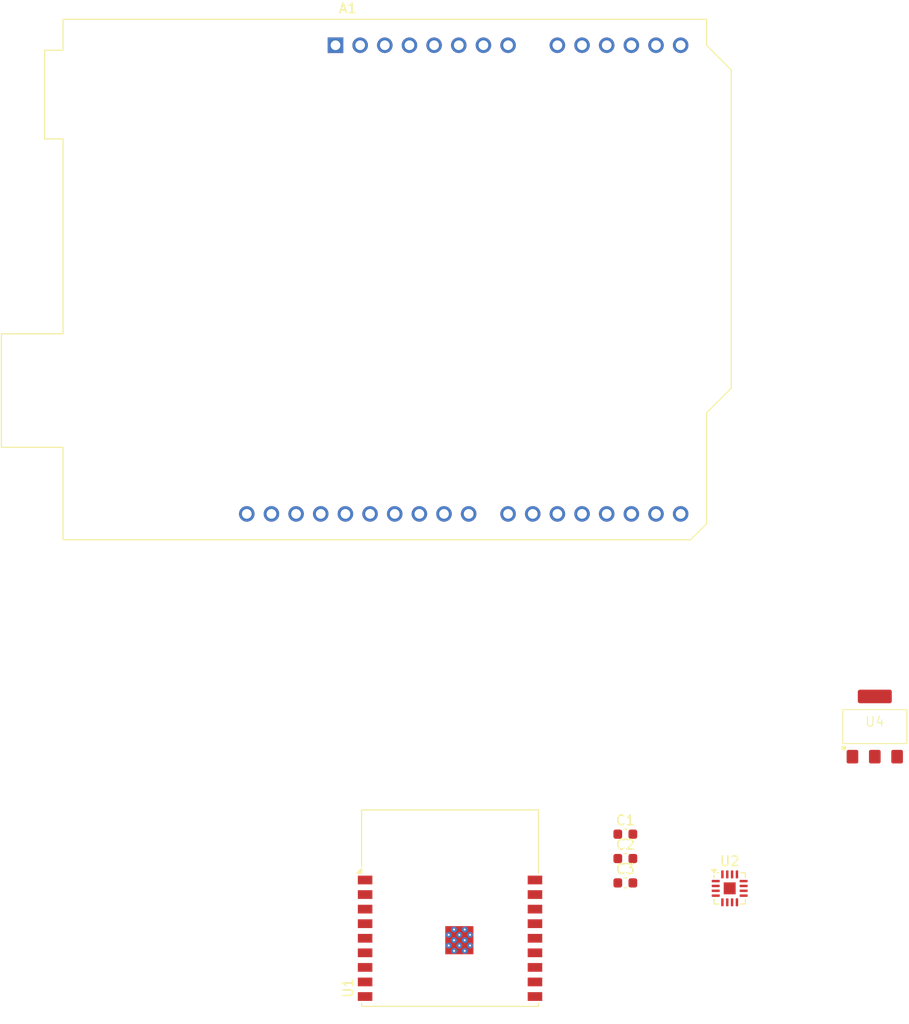
<source format=kicad_pcb>
(kicad_pcb (version 20241229) (generator "pcbnew") (generator_version "9.0")
  (layers (0 "F.Cu" signal) (2 "B.Cu" signal) (13 "F.Paste" user) (15 "B.Paste" user) (5 "F.SilkS" user "F.Silkscreen") (7 "B.SilkS" user "B.Silkscreen") (1 "F.Mask" user) (3 "B.Mask" user) (25 "Edge.Cuts" user))
  (net 0 "")
  (net 4 "GND")
  (net 10 "Net-(A1-D1{slash}TX)")
  (net 28 "Net-(A1-VIN)")
  (net 31 "+3.3V")
  (net 33 "/SDMODE")
  (net 38 "/DIN")
  (net 40 "/BCLK")
  (net 42 "/LRCLK")
  (net 49 "Net-(U2-OUTN)")
  (net 51 "Net-(U2-~{SD_MODE})")
  (net 53 "Net-(U2-OUTP)")
  (net 55 "Net-(U4-GND)")
  (footprint "Capacitor_SMD:C_0603_1608Metric" (layer "F.Cu") (at 117 131)
    (property "Reference" "C3" (at 0 -1.43 0) (layer "F.SilkS"))
    (property "Value" "10uF")
    (fp_line (start -0.14058 -0.51) (end 0.14058 -0.51) (stroke (width 0.12)) (layer "F.SilkS"))
    (fp_line (start -0.14058 0.51) (end 0.14058 0.51) (stroke (width 0.12)) (layer "F.SilkS"))
    (pad "1" smd roundrect (at -0.775 0) (size 0.9 0.95) (layers "F.Cu" "F.Mask" "F.Paste") (net 31 "+3.3V"))
    (pad "2" smd roundrect (at 0.775 0) (size 0.9 0.95) (layers "F.Cu" "F.Mask" "F.Paste") (net 4 "GND"))
  )
  (footprint "Capacitor_SMD:C_0603_1608Metric" (layer "F.Cu") (at 117 128.49)
    (property "Reference" "C2" (at 0 -1.43 0) (layer "F.SilkS"))
    (property "Value" "1uF")
    (fp_line (start -0.14058 -0.51) (end 0.14058 -0.51) (stroke (width 0.12)) (layer "F.SilkS"))
    (fp_line (start -0.14058 0.51) (end 0.14058 0.51) (stroke (width 0.12)) (layer "F.SilkS"))
    (pad "1" smd roundrect (at -0.775 0) (size 0.9 0.95) (layers "F.Cu" "F.Mask" "F.Paste") (net 31 "+3.3V"))
    (pad "2" smd roundrect (at 0.775 0) (size 0.9 0.95) (layers "F.Cu" "F.Mask" "F.Paste") (net 4 "GND"))
  )
  (footprint "AMS1117-3V3:AMS1117-3V3" (layer "F.Cu") (at 142.7 114.9)
    (property "Reference" "U4" (at 0 -0.5 0) (layer "F.SilkS") (effects (font (thickness 0.1))))
    (property "Value" "~")
    (fp_rect (start -3.3 -1.75) (end 3.3 1.75) (stroke (width 0.1)) (fill no) (layer "F.SilkS"))
    (fp_circle (center -3.2 2.2) (end -3 2.2) (stroke (width 0.1)) (fill yes) (layer "F.SilkS"))
    (pad "1" smd roundrect (at -2.3 3.1) (size 1.2 1.4) (layers "F.Cu" "F.Mask" "F.Paste") (roundrect_rratio 0.15) (net 55 "Net-(U4-GND)"))
    (pad "2" smd roundrect (at 0 3.1) (size 1.2 1.4) (layers "F.Cu" "F.Mask" "F.Paste") (roundrect_rratio 0.15))
    (pad "3" smd roundrect (at 2.3 3.1) (size 1.2 1.4) (layers "F.Cu" "F.Mask" "F.Paste") (roundrect_rratio 0.15))
    (pad "4" smd roundrect (at 0 -3.1) (size 3.5 1.4) (layers "F.Cu" "F.Mask" "F.Paste") (roundrect_rratio 0.15) (net 55 "Net-(U4-GND)"))
  )
  (footprint "RF_Module:ESP32-C3-WROOM-02" (layer "F.Cu") (at 98.94 136.7)
    (property "Reference" "U1" (at -10.5 5.13 90) (layer "F.SilkS"))
    (property "Value" "ESP32-C3-WROOM-02")
    (fp_line (start -9.11 -13.21) (end -9.11 -7.4) (stroke (width 0.12)) (layer "F.SilkS"))
    (fp_line (start -9.11 -13.21) (end 9.11 -13.21) (stroke (width 0.12)) (layer "F.SilkS"))
    (fp_line (start -9.11 6.71) (end -9.11 7.01) (stroke (width 0.12)) (layer "F.SilkS"))
    (fp_line (start -9.11 7.01) (end 9.11 7.01) (stroke (width 0.12)) (layer "F.SilkS"))
    (fp_line (start 9.11 -13.21) (end 9.11 -6.71) (stroke (width 0.12)) (layer "F.SilkS"))
    (fp_line (start 9.11 6.71) (end 9.11 7.01) (stroke (width 0.12)) (layer "F.SilkS"))
    (fp_poly (pts (xy -9.1 -6.7) (xy -9.6 -6.7) (xy -9.1 -7.2) (xy -9.1 -6.7)) (stroke (width 0.12)) (fill yes) (layer "F.SilkS"))
    (pad "1" smd rect (at -8.75 -6) (size 1.5 0.9) (layers "F.Cu" "F.Mask" "F.Paste") (net 31 "+3.3V"))
    (pad "2" smd rect (at -8.75 -4.5) (size 1.5 0.9) (layers "F.Cu" "F.Mask" "F.Paste"))
    (pad "3" smd rect (at -8.75 -3) (size 1.5 0.9) (layers "F.Cu" "F.Mask" "F.Paste") (net 33 "/SDMODE"))
    (pad "4" smd rect (at -8.75 -1.5) (size 1.5 0.9) (layers "F.Cu" "F.Mask" "F.Paste"))
    (pad "5" smd rect (at -8.75 0) (size 1.5 0.9) (layers "F.Cu" "F.Mask" "F.Paste"))
    (pad "6" smd rect (at -8.75 1.5) (size 1.5 0.9) (layers "F.Cu" "F.Mask" "F.Paste"))
    (pad "7" smd rect (at -8.75 3) (size 1.5 0.9) (layers "F.Cu" "F.Mask" "F.Paste"))
    (pad "8" smd rect (at -8.75 4.5) (size 1.5 0.9) (layers "F.Cu" "F.Mask" "F.Paste"))
    (pad "9" smd rect (at -8.75 6) (size 1.5 0.9) (layers "F.Cu" "F.Mask" "F.Paste") (net 4 "GND"))
    (pad "10" smd rect (at 8.75 6) (size 1.5 0.9) (layers "F.Cu" "F.Mask" "F.Paste"))
    (pad "11" smd rect (at 8.75 4.5) (size 1.5 0.9) (layers "F.Cu" "F.Mask" "F.Paste"))
    (pad "12" smd rect (at 8.75 3) (size 1.5 0.9) (layers "F.Cu" "F.Mask" "F.Paste") (net 10 "Net-(A1-D1{slash}TX)"))
    (pad "13" smd rect (at 8.75 1.5) (size 1.5 0.9) (layers "F.Cu" "F.Mask" "F.Paste"))
    (pad "14" smd rect (at 8.75 0) (size 1.5 0.9) (layers "F.Cu" "F.Mask" "F.Paste"))
    (pad "15" smd rect (at 8.75 -1.5) (size 1.5 0.9) (layers "F.Cu" "F.Mask" "F.Paste") (net 42 "/LRCLK"))
    (pad "16" smd rect (at 8.75 -3) (size 1.5 0.9) (layers "F.Cu" "F.Mask" "F.Paste") (net 40 "/BCLK"))
    (pad "17" smd rect (at 8.75 -4.5) (size 1.5 0.9) (layers "F.Cu" "F.Mask" "F.Paste") (net 38 "/DIN"))
    (pad "18" smd rect (at 8.75 -6) (size 1.5 0.9) (layers "F.Cu" "F.Mask" "F.Paste"))
    (pad "19" thru_hole circle (at -0.14 -0.35) (size 0.6 0.6) (drill 0.2) (property pad_prop_heatsink) (layers "*.Cu" "F.Mask") (net 4 "GND"))
    (pad "19" thru_hole circle (at -0.14 0.75) (size 0.6 0.6) (drill 0.2) (property pad_prop_heatsink) (layers "*.Cu" "F.Mask") (net 4 "GND"))
    (pad "19" thru_hole circle (at 0.41 -0.9) (size 0.6 0.6) (drill 0.2) (property pad_prop_heatsink) (layers "*.Cu" "F.Mask") (net 4 "GND"))
    (pad "19" thru_hole circle (at 0.41 0.2) (size 0.6 0.6) (drill 0.2) (property pad_prop_heatsink) (layers "*.Cu" "F.Mask") (net 4 "GND"))
    (pad "19" thru_hole circle (at 0.41 1.3) (size 0.6 0.6) (drill 0.2) (property pad_prop_heatsink) (layers "*.Cu" "F.Mask") (net 4 "GND"))
    (pad "19" thru_hole circle (at 0.96 -0.35) (size 0.6 0.6) (drill 0.2) (property pad_prop_heatsink) (layers "*.Cu" "F.Mask") (net 4 "GND"))
    (pad "19" smd rect (at 0.96 0.2) (size 2.9 2.9) (property pad_prop_heatsink) (layers "F.Cu" "F.Mask") (net 4 "GND"))
    (pad "19" thru_hole circle (at 0.96 0.75) (size 0.6 0.6) (drill 0.2) (property pad_prop_heatsink) (layers "*.Cu" "F.Mask") (net 4 "GND"))
    (pad "19" thru_hole circle (at 1.51 -0.9) (size 0.6 0.6) (drill 0.2) (property pad_prop_heatsink) (layers "*.Cu" "F.Mask") (net 4 "GND"))
    (pad "19" thru_hole circle (at 1.51 0.2) (size 0.6 0.6) (drill 0.2) (property pad_prop_heatsink) (layers "*.Cu" "F.Mask") (net 4 "GND"))
    (pad "19" thru_hole circle (at 1.51 1.3) (size 0.6 0.6) (drill 0.2) (property pad_prop_heatsink) (layers "*.Cu" "F.Mask") (net 4 "GND"))
    (pad "19" thru_hole circle (at 2.06 -0.35) (size 0.6 0.6) (drill 0.2) (property pad_prop_heatsink) (layers "*.Cu" "F.Mask") (net 4 "GND"))
    (pad "19" thru_hole circle (at 2.06 0.75) (size 0.6 0.6) (drill 0.2) (property pad_prop_heatsink) (layers "*.Cu" "F.Mask") (net 4 "GND"))
  )
  (footprint "Capacitor_SMD:C_0603_1608Metric" (layer "F.Cu") (at 117 125.98)
    (property "Reference" "C1" (at 0 -1.43 0) (layer "F.SilkS"))
    (property "Value" "0.1uF")
    (fp_line (start -0.14058 -0.51) (end 0.14058 -0.51) (stroke (width 0.12)) (layer "F.SilkS"))
    (fp_line (start -0.14058 0.51) (end 0.14058 0.51) (stroke (width 0.12)) (layer "F.SilkS"))
    (pad "1" smd roundrect (at -0.775 0) (size 0.9 0.95) (layers "F.Cu" "F.Mask" "F.Paste") (net 31 "+3.3V"))
    (pad "2" smd roundrect (at 0.775 0) (size 0.9 0.95) (layers "F.Cu" "F.Mask" "F.Paste") (net 4 "GND"))
  )
  (footprint "Package_DFN_QFN:TQFN-16-1EP_3x3mm_P0.5mm_EP1.23x1.23mm" (layer "F.Cu") (at 127.75 131.5625)
    (property "Reference" "U2" (at 0 -2.8 0) (layer "F.SilkS"))
    (property "Value" "MAX98357A")
    (fp_line (start -1.61 -1.135) (end -1.61 -1.37) (stroke (width 0.12)) (layer "F.SilkS"))
    (fp_line (start -1.61 1.61) (end -1.61 1.135) (stroke (width 0.12)) (layer "F.SilkS"))
    (fp_line (start -1.135 -1.61) (end -1.31 -1.61) (stroke (width 0.12)) (layer "F.SilkS"))
    (fp_line (start -1.135 1.61) (end -1.61 1.61) (stroke (width 0.12)) (layer "F.SilkS"))
    (fp_line (start 1.135 -1.61) (end 1.61 -1.61) (stroke (width 0.12)) (layer "F.SilkS"))
    (fp_line (start 1.135 1.61) (end 1.61 1.61) (stroke (width 0.12)) (layer "F.SilkS"))
    (fp_line (start 1.61 -1.61) (end 1.61 -1.135) (stroke (width 0.12)) (layer "F.SilkS"))
    (fp_line (start 1.61 1.61) (end 1.61 1.135) (stroke (width 0.12)) (layer "F.SilkS"))
    (fp_poly (pts (xy -1.61 -1.61) (xy -1.85 -1.94) (xy -1.37 -1.94)) (stroke (width 0.12)) (fill yes) (layer "F.SilkS"))
    (pad "1" smd roundrect (at -1.4375 -0.75) (size 0.825 0.25) (layers "F.Cu" "F.Mask" "F.Paste") (net 38 "/DIN"))
    (pad "2" smd roundrect (at -1.4375 -0.25) (size 0.825 0.25) (layers "F.Cu" "F.Mask" "F.Paste"))
    (pad "3" smd roundrect (at -1.4375 0.25) (size 0.825 0.25) (layers "F.Cu" "F.Mask" "F.Paste") (net 4 "GND"))
    (pad "4" smd roundrect (at -1.4375 0.75) (size 0.825 0.25) (layers "F.Cu" "F.Mask" "F.Paste") (net 51 "Net-(U2-~{SD_MODE})"))
    (pad "5" smd roundrect (at -0.75 1.4375) (size 0.25 0.825) (layers "F.Cu" "F.Mask" "F.Paste"))
    (pad "6" smd roundrect (at -0.25 1.4375) (size 0.25 0.825) (layers "F.Cu" "F.Mask" "F.Paste"))
    (pad "7" smd roundrect (at 0.25 1.4375) (size 0.25 0.825) (layers "F.Cu" "F.Mask" "F.Paste") (net 31 "+3.3V"))
    (pad "8" smd roundrect (at 0.75 1.4375) (size 0.25 0.825) (layers "F.Cu" "F.Mask" "F.Paste") (net 31 "+3.3V"))
    (pad "9" smd roundrect (at 1.4375 0.75) (size 0.825 0.25) (layers "F.Cu" "F.Mask" "F.Paste") (net 53 "Net-(U2-OUTP)"))
    (pad "10" smd roundrect (at 1.4375 0.25) (size 0.825 0.25) (layers "F.Cu" "F.Mask" "F.Paste") (net 49 "Net-(U2-OUTN)"))
    (pad "11" smd roundrect (at 1.4375 -0.25) (size 0.825 0.25) (layers "F.Cu" "F.Mask" "F.Paste") (net 4 "GND"))
    (pad "12" smd roundrect (at 1.4375 -0.75) (size 0.825 0.25) (layers "F.Cu" "F.Mask" "F.Paste"))
    (pad "13" smd roundrect (at 0.75 -1.4375) (size 0.25 0.825) (layers "F.Cu" "F.Mask" "F.Paste"))
    (pad "14" smd roundrect (at 0.25 -1.4375) (size 0.25 0.825) (layers "F.Cu" "F.Mask" "F.Paste") (net 42 "/LRCLK"))
    (pad "15" smd roundrect (at -0.25 -1.4375) (size 0.25 0.825) (layers "F.Cu" "F.Mask" "F.Paste") (net 4 "GND"))
    (pad "16" smd roundrect (at -0.75 -1.4375) (size 0.25 0.825) (layers "F.Cu" "F.Mask" "F.Paste") (net 40 "/BCLK"))
    (pad "17" smd rect (at 0 0) (size 1.23 1.23) (property pad_prop_heatsink) (layers "F.Cu" "F.Mask") (net 4 "GND"))
  )
  (footprint "Module:Arduino_UNO_R3" (layer "F.Cu") (at 87.14 44.74)
    (property "Reference" "A1" (at 1.27 -3.81 180) (layer "F.SilkS"))
    (property "Value" "Arduino_UNO_R3")
    (fp_line (start -34.42 29.72) (end -34.42 41.4) (stroke (width 0.12)) (layer "F.SilkS"))
    (fp_line (start -34.42 41.4) (end -28.07 41.4) (stroke (width 0.12)) (layer "F.SilkS"))
    (fp_line (start -29.97 0.51) (end -29.97 9.65) (stroke (width 0.12)) (layer "F.SilkS"))
    (fp_line (start -29.97 9.65) (end -28.07 9.65) (stroke (width 0.12)) (layer "F.SilkS"))
    (fp_line (start -28.07 -2.67) (end -28.07 0.51) (stroke (width 0.12)) (layer "F.SilkS"))
    (fp_line (start -28.07 0.51) (end -29.97 0.51) (stroke (width 0.12)) (layer "F.SilkS"))
    (fp_line (start -28.07 9.65) (end -28.07 29.72) (stroke (width 0.12)) (layer "F.SilkS"))
    (fp_line (start -28.07 29.72) (end -34.42 29.72) (stroke (width 0.12)) (layer "F.SilkS"))
    (fp_line (start -28.07 41.4) (end -28.07 50.93) (stroke (width 0.12)) (layer "F.SilkS"))
    (fp_line (start -28.07 50.93) (end 36.58 50.93) (stroke (width 0.12)) (layer "F.SilkS"))
    (fp_line (start 36.58 50.93) (end 38.23 49.28) (stroke (width 0.12)) (layer "F.SilkS"))
    (fp_line (start 38.23 -2.67) (end -28.07 -2.67) (stroke (width 0.12)) (layer "F.SilkS"))
    (fp_line (start 38.23 0) (end 38.23 -2.67) (stroke (width 0.12)) (layer "F.SilkS"))
    (fp_line (start 38.23 37.85) (end 40.77 35.31) (stroke (width 0.12)) (layer "F.SilkS"))
    (fp_line (start 38.23 49.28) (end 38.23 37.85) (stroke (width 0.12)) (layer "F.SilkS"))
    (fp_line (start 40.77 2.54) (end 38.23 0) (stroke (width 0.12)) (layer "F.SilkS"))
    (fp_line (start 40.77 35.31) (end 40.77 2.54) (stroke (width 0.12)) (layer "F.SilkS"))
    (pad "1" thru_hole rect (at 0 0 90) (size 1.6 1.6) (drill 1) (layers "*.Cu" "*.Mask"))
    (pad "2" thru_hole oval (at 2.54 0 90) (size 1.6 1.6) (drill 1) (layers "*.Cu" "*.Mask"))
    (pad "3" thru_hole oval (at 5.08 0 90) (size 1.6 1.6) (drill 1) (layers "*.Cu" "*.Mask"))
    (pad "4" thru_hole oval (at 7.62 0 90) (size 1.6 1.6) (drill 1) (layers "*.Cu" "*.Mask"))
    (pad "5" thru_hole oval (at 10.16 0 90) (size 1.6 1.6) (drill 1) (layers "*.Cu" "*.Mask"))
    (pad "6" thru_hole oval (at 12.7 0 90) (size 1.6 1.6) (drill 1) (layers "*.Cu" "*.Mask") (net 4 "GND"))
    (pad "7" thru_hole oval (at 15.24 0 90) (size 1.6 1.6) (drill 1) (layers "*.Cu" "*.Mask") (net 4 "GND"))
    (pad "8" thru_hole oval (at 17.78 0 90) (size 1.6 1.6) (drill 1) (layers "*.Cu" "*.Mask") (net 28 "Net-(A1-VIN)"))
    (pad "9" thru_hole oval (at 22.86 0 90) (size 1.6 1.6) (drill 1) (layers "*.Cu" "*.Mask"))
    (pad "10" thru_hole oval (at 25.4 0 90) (size 1.6 1.6) (drill 1) (layers "*.Cu" "*.Mask"))
    (pad "11" thru_hole oval (at 27.94 0 90) (size 1.6 1.6) (drill 1) (layers "*.Cu" "*.Mask"))
    (pad "12" thru_hole oval (at 30.48 0 90) (size 1.6 1.6) (drill 1) (layers "*.Cu" "*.Mask"))
    (pad "13" thru_hole oval (at 33.02 0 90) (size 1.6 1.6) (drill 1) (layers "*.Cu" "*.Mask"))
    (pad "14" thru_hole oval (at 35.56 0 90) (size 1.6 1.6) (drill 1) (layers "*.Cu" "*.Mask"))
    (pad "15" thru_hole oval (at 35.56 48.26 90) (size 1.6 1.6) (drill 1) (layers "*.Cu" "*.Mask"))
    (pad "16" thru_hole oval (at 33.02 48.26 90) (size 1.6 1.6) (drill 1) (layers "*.Cu" "*.Mask") (net 10 "Net-(A1-D1{slash}TX)"))
    (pad "17" thru_hole oval (at 30.48 48.26 90) (size 1.6 1.6) (drill 1) (layers "*.Cu" "*.Mask"))
    (pad "18" thru_hole oval (at 27.94 48.26 90) (size 1.6 1.6) (drill 1) (layers "*.Cu" "*.Mask"))
    (pad "19" thru_hole oval (at 25.4 48.26 90) (size 1.6 1.6) (drill 1) (layers "*.Cu" "*.Mask"))
    (pad "20" thru_hole oval (at 22.86 48.26 90) (size 1.6 1.6) (drill 1) (layers "*.Cu" "*.Mask"))
    (pad "21" thru_hole oval (at 20.32 48.26 90) (size 1.6 1.6) (drill 1) (layers "*.Cu" "*.Mask"))
    (pad "22" thru_hole oval (at 17.78 48.26 90) (size 1.6 1.6) (drill 1) (layers "*.Cu" "*.Mask"))
    (pad "23" thru_hole oval (at 13.72 48.26 90) (size 1.6 1.6) (drill 1) (layers "*.Cu" "*.Mask"))
    (pad "24" thru_hole oval (at 11.18 48.26 90) (size 1.6 1.6) (drill 1) (layers "*.Cu" "*.Mask"))
    (pad "25" thru_hole oval (at 8.64 48.26 90) (size 1.6 1.6) (drill 1) (layers "*.Cu" "*.Mask"))
    (pad "26" thru_hole oval (at 6.1 48.26 90) (size 1.6 1.6) (drill 1) (layers "*.Cu" "*.Mask"))
    (pad "27" thru_hole oval (at 3.56 48.26 90) (size 1.6 1.6) (drill 1) (layers "*.Cu" "*.Mask"))
    (pad "28" thru_hole oval (at 1.02 48.26 90) (size 1.6 1.6) (drill 1) (layers "*.Cu" "*.Mask"))
    (pad "29" thru_hole oval (at -1.52 48.26 90) (size 1.6 1.6) (drill 1) (layers "*.Cu" "*.Mask") (net 4 "GND"))
    (pad "30" thru_hole oval (at -4.06 48.26 90) (size 1.6 1.6) (drill 1) (layers "*.Cu" "*.Mask"))
    (pad "31" thru_hole oval (at -6.6 48.26 90) (size 1.6 1.6) (drill 1) (layers "*.Cu" "*.Mask"))
    (pad "32" thru_hole oval (at -9.14 48.26 90) (size 1.6 1.6) (drill 1) (layers "*.Cu" "*.Mask"))
  )
)
</source>
